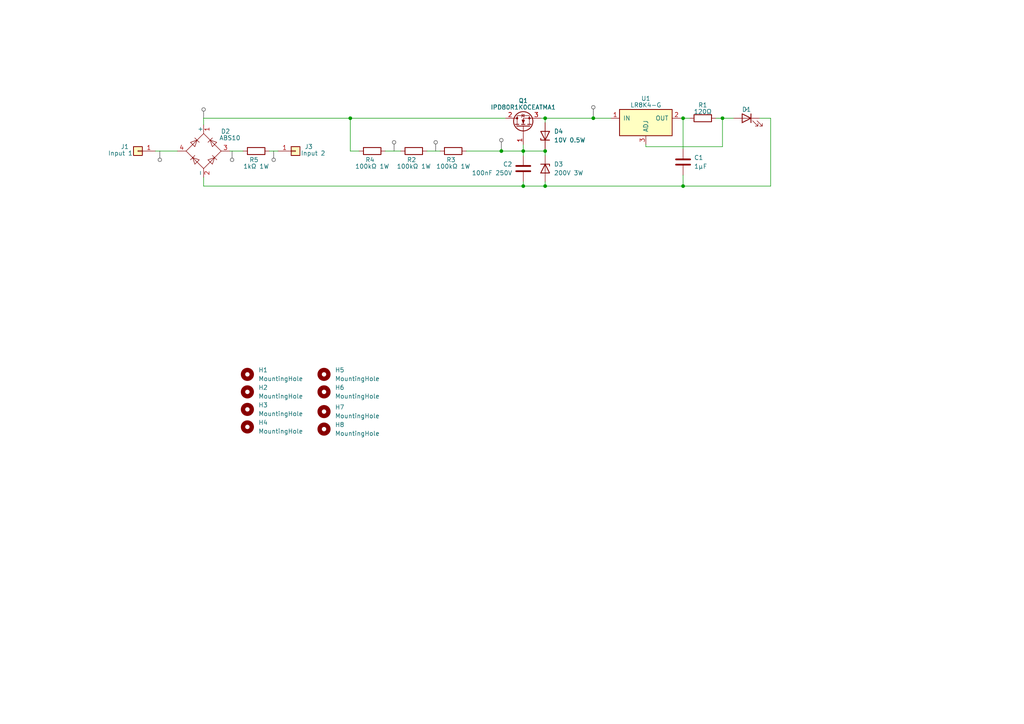
<source format=kicad_sch>
(kicad_sch (version 20230121) (generator eeschema)
  (paper "A4")
  (lib_symbols
    (symbol "Connector_Generic:Conn_01x01" (pin_names (offset 1.016) hide)
      (property "Reference" "J" (at 0 2.54 0))
      (property "Value" "Conn_01x01" (at 0 -2.54 0))
      (symbol "Conn_01x01_1_1"
        (rectangle (start -1.27 0.127) (end 0 -0.127) (stroke (width 0.1524)))
        (rectangle (start -1.27 1.27) (end 1.27 -1.27) (stroke (width 0.254)) (fill (type background)))
        (pin passive line (at -5.08 0 0) (length 3.81) (name "Pin_1") (number "1"))
      )
    )
    (symbol "Device:C" (pin_numbers hide) (pin_names (offset 0.254))
      (property "Reference" "C" (at 0.635 2.54 0))
      (property "Value" "C" (at 0.635 -2.54 0))
      (symbol "C_0_1"
        (polyline (pts (xy -2.032 -0.762) (xy 2.032 -0.762)) (stroke (width 0.508)))
        (polyline (pts (xy -2.032 0.762) (xy 2.032 0.762)) (stroke (width 0.508)))
      )
      (symbol "C_1_1"
        (pin passive line (at 0 3.81 270) (length 2.794) (name "~") (number "1"))
        (pin passive line (at 0 -3.81 90) (length 2.794) (name "~") (number "2"))
      )
    )
    (symbol "Device:D_Zener" (pin_numbers hide) (pin_names (offset 1.016) hide)
      (property "Reference" "D" (at 0 2.54 0))
      (property "Value" "D_Zener" (at 0 -2.54 0))
      (symbol "D_Zener_0_1"
        (polyline (pts (xy 1.27 0) (xy -1.27 0)))
        (polyline (pts (xy -1.27 -1.27) (xy -1.27 1.27) (xy -0.762 1.27)) (stroke (width 0.254)))
        (polyline (pts (xy 1.27 -1.27) (xy 1.27 1.27) (xy -1.27 0) (xy 1.27 -1.27)) (stroke (width 0.254)))
      )
      (symbol "D_Zener_1_1"
        (pin passive line (at -3.81 0 0) (length 2.54) (name "K") (number "1"))
        (pin passive line (at 3.81 0 180) (length 2.54) (name "A") (number "2"))
      )
    )
    (symbol "Device:LED" (pin_numbers hide) (pin_names (offset 1.016) hide)
      (property "Reference" "D" (at 0 2.54 0))
      (property "Value" "LED" (at 0 -2.54 0))
      (symbol "LED_0_1"
        (polyline (pts (xy -1.27 -1.27) (xy -1.27 1.27)) (stroke (width 0.254)))
        (polyline (pts (xy -1.27 0) (xy 1.27 0)))
        (polyline (pts (xy 1.27 -1.27) (xy 1.27 1.27) (xy -1.27 0) (xy 1.27 -1.27)) (stroke (width 0.254)))
        (polyline (pts (xy -3.048 -0.762) (xy -4.572 -2.286) (xy -3.81 -2.286) (xy -4.572 -2.286) (xy -4.572 -1.524)))
        (polyline (pts (xy -1.778 -0.762) (xy -3.302 -2.286) (xy -2.54 -2.286) (xy -3.302 -2.286) (xy -3.302 -1.524)))
      )
      (symbol "LED_1_1"
        (pin passive line (at -3.81 0 0) (length 2.54) (name "K") (number "1"))
        (pin passive line (at 3.81 0 180) (length 2.54) (name "A") (number "2"))
      )
    )
    (symbol "Device:Q_NMOS_GDS" (pin_names (offset 0) hide)
      (property "Reference" "Q" (at 5.08 1.27 0))
      (property "Value" "Q_NMOS_GDS" (at 5.08 -1.27 0))
      (symbol "Q_NMOS_GDS_0_1"
        (polyline (pts (xy 0.254 0) (xy -2.54 0)))
        (polyline (pts (xy 0.254 1.905) (xy 0.254 -1.905)) (stroke (width 0.254)))
        (polyline (pts (xy 0.762 -1.27) (xy 0.762 -2.286)) (stroke (width 0.254)))
        (polyline (pts (xy 0.762 0.508) (xy 0.762 -0.508)) (stroke (width 0.254)))
        (polyline (pts (xy 0.762 2.286) (xy 0.762 1.27)) (stroke (width 0.254)))
        (polyline (pts (xy 2.54 2.54) (xy 2.54 1.778)))
        (polyline (pts (xy 2.54 -2.54) (xy 2.54 0) (xy 0.762 0)))
        (polyline (pts (xy 0.762 -1.778) (xy 3.302 -1.778) (xy 3.302 1.778) (xy 0.762 1.778)))
        (polyline (pts (xy 1.016 0) (xy 2.032 0.381) (xy 2.032 -0.381) (xy 1.016 0)) (fill (type outline)))
        (polyline (pts (xy 2.794 0.508) (xy 2.921 0.381) (xy 3.683 0.381) (xy 3.81 0.254)))
        (polyline (pts (xy 3.302 0.381) (xy 2.921 -0.254) (xy 3.683 -0.254) (xy 3.302 0.381)))
        (circle (center 1.651 0) (radius 2.794) (stroke (width 0.254)))
        (circle (center 2.54 -1.778) (radius 0.254) (fill (type outline)))
        (circle (center 2.54 1.778) (radius 0.254) (fill (type outline)))
      )
      (symbol "Q_NMOS_GDS_1_1"
        (pin input line (at -5.08 0 0) (length 2.54) (name "G") (number "1"))
        (pin passive line (at 2.54 5.08 270) (length 2.54) (name "D") (number "2"))
        (pin passive line (at 2.54 -5.08 90) (length 2.54) (name "S") (number "3"))
      )
    )
    (symbol "Device:R" (pin_numbers hide) (pin_names (offset 0))
      (property "Reference" "R" (at 2.032 0 90))
      (property "Value" "R" (at 0 0 90))
      (symbol "R_0_1"
        (rectangle (start -1.016 -2.54) (end 1.016 2.54) (stroke (width 0.254)))
      )
      (symbol "R_1_1"
        (pin passive line (at 0 3.81 270) (length 1.27) (name "~") (number "1"))
        (pin passive line (at 0 -3.81 90) (length 1.27) (name "~") (number "2"))
      )
    )
    (symbol "Diode_Bridge:ABS10" (pin_names (offset 0))
      (property "Reference" "D" (at 2.54 6.985 0))
      (property "Value" "ABS10" (at 2.54 5.08 0))
      (symbol "ABS10_0_1"
        (polyline (pts (xy -2.54 3.81) (xy -1.27 2.54)))
        (polyline (pts (xy -1.27 -2.54) (xy -2.54 -3.81)))
        (polyline (pts (xy 2.54 -1.27) (xy 3.81 -2.54)))
        (polyline (pts (xy 2.54 1.27) (xy 3.81 2.54)))
        (polyline (pts (xy -3.81 2.54) (xy -2.54 1.27) (xy -1.905 3.175) (xy -3.81 2.54)))
        (polyline (pts (xy -2.54 -1.27) (xy -3.81 -2.54) (xy -1.905 -3.175) (xy -2.54 -1.27)))
        (polyline (pts (xy 1.27 2.54) (xy 2.54 3.81) (xy 3.175 1.905) (xy 1.27 2.54)))
        (polyline (pts (xy 3.175 -1.905) (xy 1.27 -2.54) (xy 2.54 -3.81) (xy 3.175 -1.905)))
        (polyline (pts (xy -5.08 0) (xy 0 -5.08) (xy 5.08 0) (xy 0 5.08) (xy -5.08 0)))
      )
      (symbol "ABS10_1_1"
        (pin passive line (at 7.62 0 180) (length 2.54) (name "+") (number "1"))
        (pin passive line (at -7.62 0 0) (length 2.54) (name "-") (number "2"))
        (pin passive line (at 0 -7.62 90) (length 2.54) (name "~") (number "3"))
        (pin passive line (at 0 7.62 270) (length 2.54) (name "~") (number "4"))
      )
    )
    (symbol "Mechanical:MountingHole" (pin_names (offset 1.016))
      (property "Reference" "H" (at 0 5.08 0))
      (property "Value" "MountingHole" (at 0 3.175 0))
      (symbol "MountingHole_0_1"
        (circle (center 0 0) (radius 1.27) (stroke (width 1.27)))
      )
    )
    (symbol "Regulator_Linear:LR8K4-G" (pin_names (offset 1.016))
      (property "Reference" "U" (at -7.62 3.81 0))
      (property "Value" "LR8K4-G" (at 0 3.81 0))
      (symbol "LR8K4-G_0_1"
        (rectangle (start -7.62 2.54) (end 7.62 -5.08) (stroke (width 0.254)) (fill (type background)))
      )
      (symbol "LR8K4-G_1_1"
        (pin input line (at -10.16 0 0) (length 2.54) (name "IN") (number "1"))
        (pin power_out line (at 10.16 0 180) (length 2.54) (name "OUT") (number "2"))
        (pin input line (at 0 -7.62 90) (length 2.54) (name "ADJ") (number "3"))
      )
    )
  )
  (junction (at 158.115 34.29))
  (junction (at 145.415 43.815))
  (junction (at 151.765 43.815))
  (junction (at 209.55 34.29))
  (junction (at 151.765 53.975))
  (junction (at 158.115 43.815))
  (junction (at 172.085 34.29))
  (junction (at 101.6 34.29))
  (junction (at 198.12 53.975))
  (junction (at 198.12 34.29))
  (junction (at 158.115 53.975))
  (wire (pts (xy 158.115 34.29) (xy 172.085 34.29)))
  (wire (pts (xy 172.085 33.655) (xy 172.085 34.29)))
  (wire (pts (xy 172.085 34.29) (xy 177.165 34.29)))
  (wire (pts (xy 220.345 34.29) (xy 223.52 34.29)))
  (wire (pts (xy 151.765 41.91) (xy 151.765 43.815)))
  (wire (pts (xy 158.115 53.975) (xy 198.12 53.975)))
  (wire (pts (xy 123.825 43.815) (xy 127.635 43.815)))
  (wire (pts (xy 198.12 43.18) (xy 198.12 34.29)))
  (wire (pts (xy 135.255 43.815) (xy 145.415 43.815)))
  (wire (pts (xy 145.415 43.815) (xy 151.765 43.815)))
  (wire (pts (xy 209.55 34.29) (xy 212.725 34.29)))
  (wire (pts (xy 187.325 41.91) (xy 187.325 42.545)))
  (wire (pts (xy 151.765 43.815) (xy 151.765 45.085)))
  (wire (pts (xy 59.055 53.975) (xy 151.765 53.975)))
  (wire (pts (xy 198.12 50.8) (xy 198.12 53.975)))
  (wire (pts (xy 111.76 43.815) (xy 116.205 43.815)))
  (wire (pts (xy 158.115 43.815) (xy 158.115 43.18)))
  (wire (pts (xy 198.12 53.975) (xy 223.52 53.975)))
  (wire (pts (xy 59.055 53.975) (xy 59.055 51.435)))
  (wire (pts (xy 209.55 34.29) (xy 207.645 34.29)))
  (wire (pts (xy 101.6 34.29) (xy 101.6 43.815)))
  (wire (pts (xy 151.765 52.705) (xy 151.765 53.975)))
  (wire (pts (xy 78.105 43.815) (xy 80.645 43.815)))
  (wire (pts (xy 158.115 43.815) (xy 158.115 45.085)))
  (wire (pts (xy 145.415 43.18) (xy 145.415 43.815)))
  (wire (pts (xy 101.6 43.815) (xy 104.14 43.815)))
  (wire (pts (xy 156.845 34.29) (xy 158.115 34.29)))
  (wire (pts (xy 66.675 43.815) (xy 70.485 43.815)))
  (wire (pts (xy 59.055 34.29) (xy 59.055 36.195)))
  (wire (pts (xy 198.12 34.29) (xy 200.025 34.29)))
  (wire (pts (xy 158.115 52.705) (xy 158.115 53.975)))
  (wire (pts (xy 151.765 53.975) (xy 158.115 53.975)))
  (wire (pts (xy 45.085 43.815) (xy 51.435 43.815)))
  (wire (pts (xy 158.115 35.56) (xy 158.115 34.29)))
  (wire (pts (xy 209.55 42.545) (xy 209.55 34.29)))
  (wire (pts (xy 59.055 34.29) (xy 101.6 34.29)))
  (wire (pts (xy 197.485 34.29) (xy 198.12 34.29)))
  (wire (pts (xy 223.52 34.29) (xy 223.52 53.975)))
  (wire (pts (xy 187.325 42.545) (xy 209.55 42.545)))
  (wire (pts (xy 151.765 43.815) (xy 158.115 43.815)))
  (wire (pts (xy 101.6 34.29) (xy 146.685 34.29)))
  (netclass_flag "" (length 2.54) (shape round) (at 46.355 43.815 180) (property "Netclass" "HighVoltage" (effects hide)))
  (netclass_flag "" (length 2.54) (shape round) (at 172.085 33.655 0) (property "Netclass" "HighVoltage" (effects hide)))
  (netclass_flag "" (length 2.54) (shape round) (at 145.415 43.18 0) (property "Netclass" "HighVoltage" (effects hide)))
  (netclass_flag "" (length 2.54) (shape round) (at 59.055 34.29 0) (property "Netclass" "HighVoltage" (effects hide)))
  (netclass_flag "" (length 2.54) (shape round) (at 79.375 43.815 180) (property "Netclass" "HighVoltage" (effects hide)))
  (netclass_flag "" (length 2.54) (shape round) (at 114.3 43.815 0) (property "Netclass" "HighVoltage" (effects hide)))
  (netclass_flag "" (length 2.54) (shape round) (at 126.365 43.815 0) (property "Netclass" "HighVoltage" (effects hide)))
  (netclass_flag "" (length 2.54) (shape round) (at 67.31 43.815 180) (property "Netclass" "HighVoltage" (effects hide)))
  (symbol (lib_id "Device:R") (at 74.295 43.815 270) (unit 1)
    (property "Reference" "R5" (at 73.66 46.355 90))
    (property "Value" "1kΩ 1W" (at 74.295 48.26 90))
    (property "Footprint" "Resistor_SMD:R_2512_6332Metric_Pad1.40x3.35mm_HandSolder" (effects hide))
  )
  (symbol (lib_id "Device:R") (at 131.445 43.815 270) (unit 1)
    (property "Reference" "R3" (at 130.81 46.355 90))
    (property "Value" "100kΩ 1W" (at 131.445 48.26 90))
    (property "Footprint" "Resistor_SMD:R_2512_6332Metric_Pad1.40x3.35mm_HandSolder" (effects hide))
  )
  (symbol (lib_id "Connector_Generic:Conn_01x01") (at 40.005 43.815 180) (unit 1)
    (property "Reference" "J1" (at 36.195 42.545 0))
    (property "Value" "Input 1" (at 34.925 44.45 0))
    (property "Footprint" "TestPoint:TestPoint_Pad_D4.0mm" (effects hide))
    (property "Comments" "Max +/- 450V" (effects hide))
  )
  (symbol (lib_id "Device:R") (at 203.835 34.29 90) (unit 1)
    (property "Reference" "R1" (at 203.835 30.48 90))
    (property "Value" "120Ω" (at 203.835 32.385 90))
    (property "Footprint" "Resistor_SMD:R_0805_2012Metric_Pad1.20x1.40mm_HandSolder" (effects hide))
  )
  (symbol (lib_id "Device:R") (at 120.015 43.815 270) (unit 1)
    (property "Reference" "R2" (at 119.38 46.355 90))
    (property "Value" "100kΩ 1W" (at 120.015 48.26 90))
    (property "Footprint" "Resistor_SMD:R_2512_6332Metric_Pad1.40x3.35mm_HandSolder" (effects hide))
  )
  (symbol (lib_id "Mechanical:MountingHole") (at 71.755 108.585 0) (unit 1)
    (property "Reference" "H1" (at 74.93 107.315 0) (effects (justify left)))
    (property "Value" "MountingHole" (at 74.93 109.855 0) (effects (justify left)))
    (property "Footprint" "MountingHole:MountingHole_3.2mm_M3" (effects hide))
  )
  (symbol (lib_id "Mechanical:MountingHole") (at 93.98 108.585 0) (unit 1)
    (property "Reference" "H5" (at 97.155 107.315 0) (effects (justify left)))
    (property "Value" "MountingHole" (at 97.155 109.855 0) (effects (justify left)))
    (property "Footprint" "MountingHole:MountingHole_3.2mm_M3" (effects hide))
  )
  (symbol (lib_id "Mechanical:MountingHole") (at 71.755 118.745 0) (unit 1)
    (property "Reference" "H3" (at 74.93 117.475 0) (effects (justify left)))
    (property "Value" "MountingHole" (at 74.93 120.015 0) (effects (justify left)))
    (property "Footprint" "MountingHole:MountingHole_3.2mm_M3" (effects hide))
  )
  (symbol (lib_id "Device:LED") (at 216.535 34.29 0) (mirror y) (unit 1)
    (property "Reference" "D1" (at 216.535 31.75 0))
    (property "Value" "~" (at 216.535 31.75 0))
    (property "Footprint" "LED_SMD:LED_1206_3216Metric_Pad1.42x1.75mm_HandSolder" (effects hide))
  )
  (symbol (lib_id "Device:C") (at 198.12 46.99 0) (unit 1)
    (property "Reference" "C1" (at 201.295 45.72 0) (effects (justify left)))
    (property "Value" "1µF" (at 201.295 48.26 0) (effects (justify left)))
    (property "Footprint" "Capacitor_SMD:C_0805_2012Metric_Pad1.18x1.45mm_HandSolder" (effects hide))
  )
  (symbol (lib_id "Device:Q_NMOS_GDS") (at 151.765 36.83 90) (unit 1)
    (property "Reference" "Q1" (at 151.765 29.21 90))
    (property "Value" "IPD80R1K0CEATMA1" (at 151.765 31.115 90))
    (property "Footprint" "Package_TO_SOT_SMD:TO-252-2" (effects hide))
  )
  (symbol (lib_id "Device:D_Zener") (at 158.115 39.37 90) (unit 1)
    (property "Reference" "D4" (at 160.655 38.1 90) (effects (justify right)))
    (property "Value" "10V 0.5W" (at 160.655 40.64 90) (effects (justify right)))
    (property "Footprint" "Diode_SMD:D_SOD-123" (effects hide))
  )
  (symbol (lib_id "Mechanical:MountingHole") (at 71.755 123.825 0) (unit 1)
    (property "Reference" "H4" (at 74.93 122.555 0) (effects (justify left)))
    (property "Value" "MountingHole" (at 74.93 125.095 0) (effects (justify left)))
    (property "Footprint" "MountingHole:MountingHole_3.2mm_M3" (effects hide))
  )
  (symbol (lib_id "Mechanical:MountingHole") (at 93.98 119.38 0) (unit 1)
    (property "Reference" "H7" (at 97.155 118.11 0) (effects (justify left)))
    (property "Value" "MountingHole" (at 97.155 120.65 0) (effects (justify left)))
    (property "Footprint" "MountingHole:MountingHole_3.2mm_M3" (effects hide))
  )
  (symbol (lib_id "Device:C") (at 151.765 48.895 0) (mirror y) (unit 1)
    (property "Reference" "C2" (at 148.59 47.625 0) (effects (justify left)))
    (property "Value" "100nF 250V" (at 148.59 50.165 0) (effects (justify left)))
    (property "Footprint" "Capacitor_SMD:C_1206_3216Metric_Pad1.33x1.80mm_HandSolder" (effects hide))
  )
  (symbol (lib_id "Connector_Generic:Conn_01x01") (at 85.725 43.815 0) (mirror x) (unit 1)
    (property "Reference" "J3" (at 89.535 42.545 0))
    (property "Value" "Input 2" (at 90.805 44.45 0))
    (property "Footprint" "TestPoint:TestPoint_Pad_D4.0mm" (effects hide))
    (property "Comments" "Max +/- 450V" (effects hide))
  )
  (symbol (lib_id "Device:D_Zener") (at 158.115 48.895 270) (unit 1)
    (property "Reference" "D3" (at 160.655 47.625 90) (effects (justify left)))
    (property "Value" "200V 3W" (at 160.655 50.165 90) (effects (justify left)))
    (property "Footprint" "Diode_SMD:D_SMB_Handsoldering" (effects hide))
  )
  (symbol (lib_id "Mechanical:MountingHole") (at 93.98 124.46 0) (unit 1)
    (property "Reference" "H8" (at 97.155 123.19 0) (effects (justify left)))
    (property "Value" "MountingHole" (at 97.155 125.73 0) (effects (justify left)))
    (property "Footprint" "MountingHole:MountingHole_3.2mm_M3" (effects hide))
  )
  (symbol (lib_id "Device:R") (at 107.95 43.815 270) (unit 1)
    (property "Reference" "R4" (at 107.315 46.355 90))
    (property "Value" "100kΩ 1W" (at 107.95 48.26 90))
    (property "Footprint" "Resistor_SMD:R_2512_6332Metric_Pad1.40x3.35mm_HandSolder" (effects hide))
  )
  (symbol (lib_id "Diode_Bridge:ABS10") (at 59.055 43.815 90) (unit 1)
    (property "Reference" "D2" (at 65.405 38.1 90))
    (property "Value" "ABS10" (at 66.675 40.005 90))
    (property "Footprint" "Diode_SMD:Diode_Bridge_Diotec_ABS" (effects hide))
    (property "Datasheet" "https://diotec.com/tl_files/diotec/files/pdf/datasheets/abs2.pdf" (effects hide))
  )
  (symbol (lib_id "Regulator_Linear:LR8K4-G") (at 187.325 34.29 0) (unit 1)
    (property "Reference" "U1" (at 187.325 28.575 0))
    (property "Value" "LR8K4-G" (at 187.325 30.48 0))
    (property "Footprint" "Package_TO_SOT_SMD:TO-252-2" (effects hide))
    (property "Datasheet" "http://ww1.microchip.com/downloads/en/DeviceDoc/20005399B.pdf" (effects hide))
  )
  (symbol (lib_id "Mechanical:MountingHole") (at 93.98 113.665 0) (unit 1)
    (property "Reference" "H6" (at 97.155 112.395 0) (effects (justify left)))
    (property "Value" "MountingHole" (at 97.155 114.935 0) (effects (justify left)))
    (property "Footprint" "MountingHole:MountingHole_3.2mm_M3" (effects hide))
  )
  (symbol (lib_id "Mechanical:MountingHole") (at 71.755 113.665 0) (unit 1)
    (property "Reference" "H2" (at 74.93 112.395 0) (effects (justify left)))
    (property "Value" "MountingHole" (at 74.93 114.935 0) (effects (justify left)))
    (property "Footprint" "MountingHole:MountingHole_3.2mm_M3" (effects hide))
  )
)
</source>
